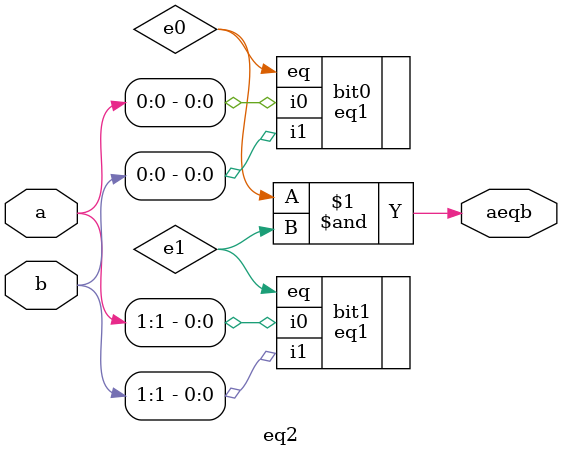
<source format=v>
module eq2
(
input wire [1:0] a,b,
output wire aeqb
);
wire e0, e1;

eq1 bit0(.i0(a[0]),.i1(b[0]),.eq(e0));
eq1 bit1(.eq(e1),.i0(a[1]),.i1(b[1]));

assign aeqb = e0 & e1;

endmodule

</source>
